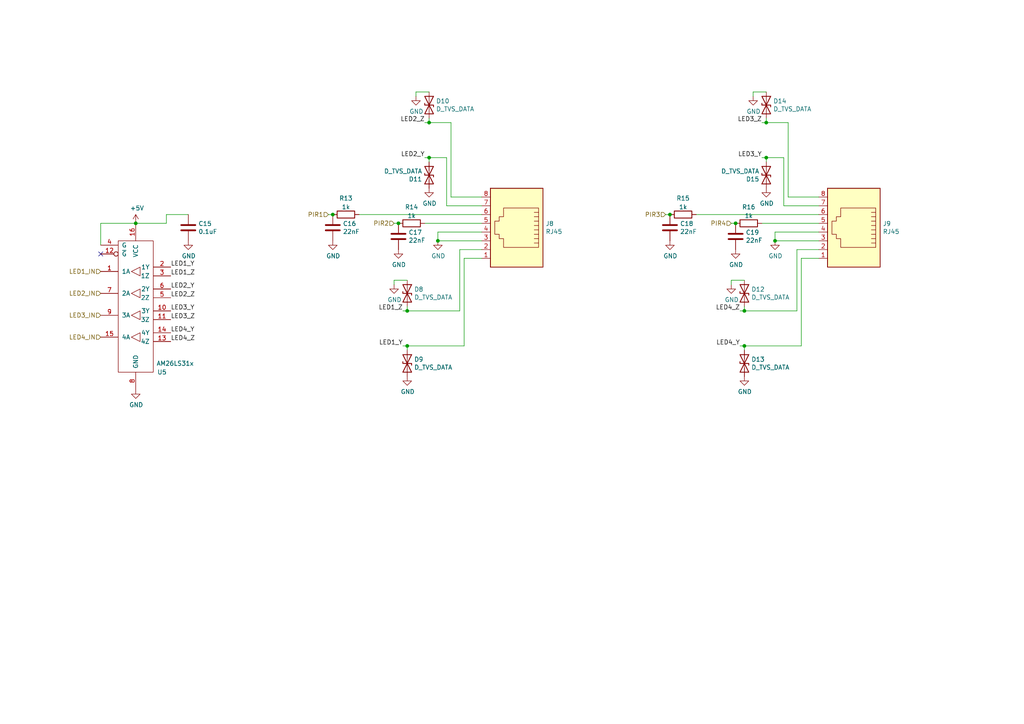
<source format=kicad_sch>
(kicad_sch (version 20230121) (generator eeschema)
  (paper "A4")
  (lib_symbols
    (symbol "Connector:RJ45" (pin_names (offset 1.016))
      (property "Reference" "J" (at -5.08 13.97 0))
      (property "Value" "RJ45" (at 2.54 13.97 0))
      (symbol "RJ45_0_1"
        (polyline (pts (xy -5.08 4.445) (xy -6.35 4.445)))
        (polyline (pts (xy -5.08 5.715) (xy -6.35 5.715)))
        (polyline (pts (xy -6.35 -3.175) (xy -5.08 -3.175) (xy -5.08 -3.175)))
        (polyline (pts (xy -6.35 -1.905) (xy -5.08 -1.905) (xy -5.08 -1.905)))
        (polyline (pts (xy -6.35 -0.635) (xy -5.08 -0.635) (xy -5.08 -0.635)))
        (polyline (pts (xy -6.35 0.635) (xy -5.08 0.635) (xy -5.08 0.635)))
        (polyline (pts (xy -6.35 1.905) (xy -5.08 1.905) (xy -5.08 1.905)))
        (polyline (pts (xy -5.08 3.175) (xy -6.35 3.175) (xy -6.35 3.175)))
        (polyline (pts (xy -6.35 -4.445) (xy -6.35 6.985) (xy 3.81 6.985) (xy 3.81 4.445) (xy 5.08 4.445) (xy 5.08 3.175) (xy 6.35 3.175) (xy 6.35 -0.635) (xy 5.08 -0.635) (xy 5.08 -1.905) (xy 3.81 -1.905) (xy 3.81 -4.445) (xy -6.35 -4.445) (xy -6.35 -4.445)))
        (rectangle (start 7.62 12.7) (end -7.62 -10.16) (stroke (width 0.254)) (fill (type background)))
      )
      (symbol "RJ45_1_1"
        (pin passive line (at 10.16 -7.62 180) (length 2.54) (name "~") (number "1"))
        (pin passive line (at 10.16 -5.08 180) (length 2.54) (name "~") (number "2"))
        (pin passive line (at 10.16 -2.54 180) (length 2.54) (name "~") (number "3"))
        (pin passive line (at 10.16 0 180) (length 2.54) (name "~") (number "4"))
        (pin passive line (at 10.16 2.54 180) (length 2.54) (name "~") (number "5"))
        (pin passive line (at 10.16 5.08 180) (length 2.54) (name "~") (number "6"))
        (pin passive line (at 10.16 7.62 180) (length 2.54) (name "~") (number "7"))
        (pin passive line (at 10.16 10.16 180) (length 2.54) (name "~") (number "8"))
      )
    )
    (symbol "Device:C" (pin_numbers hide) (pin_names (offset 0.254))
      (property "Reference" "C" (at 0.635 2.54 0))
      (property "Value" "C" (at 0.635 -2.54 0))
      (symbol "C_0_1"
        (polyline (pts (xy -2.032 -0.762) (xy 2.032 -0.762)) (stroke (width 0.508)))
        (polyline (pts (xy -2.032 0.762) (xy 2.032 0.762)) (stroke (width 0.508)))
      )
      (symbol "C_1_1"
        (pin passive line (at 0 3.81 270) (length 2.794) (name "~") (number "1"))
        (pin passive line (at 0 -3.81 90) (length 2.794) (name "~") (number "2"))
      )
    )
    (symbol "Device:D_TVS" (pin_numbers hide) (pin_names (offset 1.016) hide)
      (property "Reference" "D" (at 0 2.54 0))
      (property "Value" "D_TVS" (at 0 -2.54 0))
      (symbol "D_TVS_0_1"
        (polyline (pts (xy 1.27 0) (xy -1.27 0)))
        (polyline (pts (xy 0.508 1.27) (xy 0 1.27) (xy 0 -1.27) (xy -0.508 -1.27)) (stroke (width 0.254)))
        (polyline (pts (xy -2.54 1.27) (xy -2.54 -1.27) (xy 2.54 1.27) (xy 2.54 -1.27) (xy -2.54 1.27)) (stroke (width 0.254)))
      )
      (symbol "D_TVS_1_1"
        (pin passive line (at -3.81 0 0) (length 2.54) (name "A1") (number "1"))
        (pin passive line (at 3.81 0 180) (length 2.54) (name "A2") (number "2"))
      )
    )
    (symbol "Device:R" (pin_numbers hide) (pin_names (offset 0))
      (property "Reference" "R" (at 2.032 0 90))
      (property "Value" "R" (at 0 0 90))
      (symbol "R_0_1"
        (rectangle (start -1.016 -2.54) (end 1.016 2.54) (stroke (width 0.254)))
      )
      (symbol "R_1_1"
        (pin passive line (at 0 3.81 270) (length 1.27) (name "~") (number "1"))
        (pin passive line (at 0 -3.81 90) (length 1.27) (name "~") (number "2"))
      )
    )
    (symbol "colordance-brain-rescue:AM26LS31x-Homebrew" (pin_names (offset 1.016))
      (property "Reference" "U" (at 1.27 -22.86 0))
      (property "Value" "colordance-brain-rescue_AM26LS31x-Homebrew" (at 6.35 17.78 0))
      (symbol "AM26LS31x-Homebrew_0_1"
        (rectangle (start -5.08 16.51) (end 5.08 -21.59))
        (polyline (pts (xy -1.27 -11.43) (xy 1.27 -10.16) (xy 1.27 -12.7) (xy -1.27 -11.43)))
        (polyline (pts (xy -1.27 -5.08) (xy 1.27 -3.81) (xy 1.27 -6.35) (xy -1.27 -5.08)))
        (polyline (pts (xy -1.27 1.27) (xy 1.27 2.54) (xy 1.27 0) (xy -1.27 1.27)))
        (polyline (pts (xy -1.27 7.62) (xy 1.27 8.89) (xy 1.27 6.35) (xy -1.27 7.62)))
      )
      (symbol "AM26LS31x-Homebrew_1_1"
        (pin input line (at -10.16 7.62 0) (length 5.08) (name "1A") (number "1"))
        (pin output line (at 10.16 -3.81 180) (length 5.08) (name "3Y") (number "10"))
        (pin output line (at 10.16 -6.35 180) (length 5.08) (name "3Z") (number "11"))
        (pin input inverted (at -10.16 12.7 0) (length 5.08) (name "~{G}") (number "12"))
        (pin output line (at 10.16 -12.7 180) (length 5.08) (name "4Z") (number "13"))
        (pin output line (at 10.16 -10.16 180) (length 5.08) (name "4Y") (number "14"))
        (pin input line (at -10.16 -11.43 0) (length 5.08) (name "4A") (number "15"))
        (pin power_in line (at 0 21.59 270) (length 5.08) (name "VCC") (number "16"))
        (pin output line (at 10.16 8.89 180) (length 5.08) (name "1Y") (number "2"))
        (pin output line (at 10.16 6.35 180) (length 5.08) (name "1Z") (number "3"))
        (pin input line (at -10.16 15.24 0) (length 5.08) (name "G") (number "4"))
        (pin output line (at 10.16 0 180) (length 5.08) (name "2Z") (number "5"))
        (pin output line (at 10.16 2.54 180) (length 5.08) (name "2Y") (number "6"))
        (pin input line (at -10.16 1.27 0) (length 5.08) (name "2A") (number "7"))
        (pin power_in line (at 0 -26.67 90) (length 5.08) (name "GND") (number "8"))
        (pin input line (at -10.16 -5.08 0) (length 5.08) (name "3A") (number "9"))
      )
    )
    (symbol "power:+5V" (power) (pin_names (offset 0))
      (property "Value" "+5V" (at 0 3.556 0))
      (symbol "+5V_0_1"
        (polyline (pts (xy -0.762 1.27) (xy 0 2.54)))
        (polyline (pts (xy 0 0) (xy 0 2.54)))
        (polyline (pts (xy 0 2.54) (xy 0.762 1.27)))
      )
      (symbol "+5V_1_1"
        (pin power_in line (at 0 0 90) (length 0) hide (name "+5V") (number "1"))
      )
    )
    (symbol "power:GND" (power) (pin_names (offset 0))
      (property "Value" "GND" (at 0 -3.81 0))
      (symbol "GND_0_1"
        (polyline (pts (xy 0 0) (xy 0 -1.27) (xy 1.27 -1.27) (xy 0 -2.54) (xy -1.27 -1.27) (xy 0 -1.27)))
      )
      (symbol "GND_1_1"
        (pin power_in line (at 0 0 270) (length 0) hide (name "GND") (number "1"))
      )
    )
  )
  (junction (at 96.52 62.23))
  (junction (at 213.36 64.77))
  (junction (at 39.37 64.77))
  (junction (at 222.25 35.56))
  (junction (at 127 69.85))
  (junction (at 215.9 100.33))
  (junction (at 124.46 35.56))
  (junction (at 215.9 90.17))
  (junction (at 124.46 45.72))
  (junction (at 115.57 64.77))
  (junction (at 118.11 90.17))
  (junction (at 194.31 62.23))
  (junction (at 222.25 45.72))
  (junction (at 224.79 69.85))
  (junction (at 118.11 100.33))
  (no_connect (at 29.21 73.66))
  (wire (pts (xy 123.19 64.77) (xy 139.7 64.77)))
  (wire (pts (xy 212.09 64.77) (xy 213.36 64.77)))
  (wire (pts (xy 120.65 26.67) (xy 120.65 27.94)))
  (wire (pts (xy 127 67.31) (xy 139.7 67.31)))
  (wire (pts (xy 215.9 81.28) (xy 212.09 81.28)))
  (wire (pts (xy 222.25 26.67) (xy 218.44 26.67)))
  (wire (pts (xy 124.46 26.67) (xy 120.65 26.67)))
  (wire (pts (xy 227.33 45.72) (xy 227.33 59.69)))
  (wire (pts (xy 222.25 45.72) (xy 227.33 45.72)))
  (wire (pts (xy 215.9 100.33) (xy 232.41 100.33)))
  (wire (pts (xy 118.11 100.33) (xy 118.11 101.6)))
  (wire (pts (xy 231.14 72.39) (xy 237.49 72.39)))
  (wire (pts (xy 130.81 35.56) (xy 130.81 57.15)))
  (wire (pts (xy 227.33 59.69) (xy 237.49 59.69)))
  (wire (pts (xy 48.26 64.77) (xy 48.26 62.23)))
  (wire (pts (xy 104.14 62.23) (xy 139.7 62.23)))
  (wire (pts (xy 220.98 64.77) (xy 237.49 64.77)))
  (wire (pts (xy 201.93 62.23) (xy 237.49 62.23)))
  (wire (pts (xy 118.11 90.17) (xy 116.84 90.17)))
  (wire (pts (xy 127 69.85) (xy 127 67.31)))
  (wire (pts (xy 129.54 59.69) (xy 139.7 59.69)))
  (wire (pts (xy 123.19 45.72) (xy 124.46 45.72)))
  (wire (pts (xy 228.6 57.15) (xy 237.49 57.15)))
  (wire (pts (xy 118.11 90.17) (xy 133.35 90.17)))
  (wire (pts (xy 95.25 62.23) (xy 96.52 62.23)))
  (wire (pts (xy 124.46 45.72) (xy 124.46 46.99)))
  (wire (pts (xy 215.9 90.17) (xy 231.14 90.17)))
  (wire (pts (xy 39.37 64.77) (xy 48.26 64.77)))
  (wire (pts (xy 114.3 64.77) (xy 115.57 64.77)))
  (wire (pts (xy 124.46 35.56) (xy 130.81 35.56)))
  (wire (pts (xy 124.46 35.56) (xy 123.19 35.56)))
  (wire (pts (xy 232.41 100.33) (xy 232.41 74.93)))
  (wire (pts (xy 224.79 67.31) (xy 237.49 67.31)))
  (wire (pts (xy 114.3 81.28) (xy 114.3 82.55)))
  (wire (pts (xy 224.79 69.85) (xy 237.49 69.85)))
  (wire (pts (xy 118.11 100.33) (xy 134.62 100.33)))
  (wire (pts (xy 231.14 90.17) (xy 231.14 72.39)))
  (wire (pts (xy 215.9 88.9) (xy 215.9 90.17)))
  (wire (pts (xy 48.26 62.23) (xy 54.61 62.23)))
  (wire (pts (xy 218.44 26.67) (xy 218.44 27.94)))
  (wire (pts (xy 228.6 35.56) (xy 228.6 57.15)))
  (wire (pts (xy 220.98 45.72) (xy 222.25 45.72)))
  (wire (pts (xy 29.21 71.12) (xy 29.21 64.77)))
  (wire (pts (xy 222.25 35.56) (xy 228.6 35.56)))
  (wire (pts (xy 232.41 74.93) (xy 237.49 74.93)))
  (wire (pts (xy 127 69.85) (xy 139.7 69.85)))
  (wire (pts (xy 134.62 100.33) (xy 134.62 74.93)))
  (wire (pts (xy 215.9 100.33) (xy 215.9 101.6)))
  (wire (pts (xy 193.04 62.23) (xy 194.31 62.23)))
  (wire (pts (xy 222.25 45.72) (xy 222.25 46.99)))
  (wire (pts (xy 224.79 69.85) (xy 224.79 67.31)))
  (wire (pts (xy 124.46 34.29) (xy 124.46 35.56)))
  (wire (pts (xy 214.63 100.33) (xy 215.9 100.33)))
  (wire (pts (xy 124.46 45.72) (xy 129.54 45.72)))
  (wire (pts (xy 134.62 74.93) (xy 139.7 74.93)))
  (wire (pts (xy 133.35 72.39) (xy 139.7 72.39)))
  (wire (pts (xy 118.11 81.28) (xy 114.3 81.28)))
  (wire (pts (xy 29.21 64.77) (xy 39.37 64.77)))
  (wire (pts (xy 130.81 57.15) (xy 139.7 57.15)))
  (wire (pts (xy 133.35 90.17) (xy 133.35 72.39)))
  (wire (pts (xy 215.9 90.17) (xy 214.63 90.17)))
  (wire (pts (xy 118.11 88.9) (xy 118.11 90.17)))
  (wire (pts (xy 129.54 45.72) (xy 129.54 59.69)))
  (wire (pts (xy 222.25 35.56) (xy 220.98 35.56)))
  (wire (pts (xy 116.84 100.33) (xy 118.11 100.33)))
  (wire (pts (xy 212.09 81.28) (xy 212.09 82.55)))
  (wire (pts (xy 222.25 34.29) (xy 222.25 35.56)))
  (label "LED2_Z" (at 123.19 35.56 180))
  (label "LED1_Z" (at 49.53 80.01 0))
  (label "LED4_Z" (at 214.63 90.17 180))
  (label "LED3_Y" (at 220.98 45.72 180))
  (label "LED4_Y" (at 49.53 96.52 0))
  (label "LED1_Z" (at 116.84 90.17 180))
  (label "LED2_Y" (at 123.19 45.72 180))
  (label "LED3_Y" (at 49.53 90.17 0))
  (label "LED1_Y" (at 116.84 100.33 180))
  (label "LED4_Z" (at 49.53 99.06 0))
  (label "LED2_Y" (at 49.53 83.82 0))
  (label "LED1_Y" (at 49.53 77.47 0))
  (label "LED2_Z" (at 49.53 86.36 0))
  (label "LED3_Z" (at 220.98 35.56 180))
  (label "LED4_Y" (at 214.63 100.33 180))
  (label "LED3_Z" (at 49.53 92.71 0))
  (hierarchical_label "PIR1" (shape input) (at 95.25 62.23 180))
  (hierarchical_label "PIR3" (shape input) (at 193.04 62.23 180))
  (hierarchical_label "LED2_IN" (shape input) (at 29.21 85.09 180))
  (hierarchical_label "PIR2" (shape input) (at 114.3 64.77 180))
  (hierarchical_label "LED1_IN" (shape input) (at 29.21 78.74 180))
  (hierarchical_label "LED4_IN" (shape input) (at 29.21 97.79 180))
  (hierarchical_label "PIR4" (shape input) (at 212.09 64.77 180))
  (hierarchical_label "LED3_IN" (shape input) (at 29.21 91.44 180))
  (symbol (lib_id "Device:D_TVS") (at 124.46 50.8 90) (unit 1)
    (property "Reference" "D11" (at 122.4534 51.9684 90) (effects (justify left)))
    (property "Value" "D_TVS_DATA" (at 122.4534 49.657 90) (effects (justify left)))
    (property "Footprint" "Diode_SMD:D_SMB" (effects hide))
    (property "MPN" "SMBJ6.0CD-M3/H" (effects hide))
    (instances (project "colordance-brain" (path "" (reference "D11") (unit 1)) (path "" (reference "D19") (unit 1)) (path "" (reference "D27") (unit 1))))
  )
  (symbol (lib_id "Device:D_TVS") (at 118.11 85.09 270) (unit 1)
    (property "Reference" "D8" (at 120.1166 83.9216 90) (effects (justify left)))
    (property "Value" "D_TVS_DATA" (at 120.1166 86.233 90) (effects (justify left)))
    (property "Footprint" "Diode_SMD:D_SMB" (effects hide))
    (property "MPN" "SMBJ6.0CD-M3/H" (effects hide))
    (instances (project "colordance-brain" (path "" (reference "D8") (unit 1)) (path "" (reference "D16") (unit 1)) (path "" (reference "D24") (unit 1))))
  )
  (symbol (lib_id "Device:D_TVS") (at 118.11 105.41 270) (unit 1)
    (property "Reference" "D9" (at 120.1166 104.2416 90) (effects (justify left)))
    (property "Value" "D_TVS_DATA" (at 120.1166 106.553 90) (effects (justify left)))
    (property "Footprint" "Diode_SMD:D_SMB" (effects hide))
    (property "MPN" "SMBJ6.0CD-M3/H" (effects hide))
    (instances (project "colordance-brain" (path "" (reference "D9") (unit 1)) (path "" (reference "D17") (unit 1)) (path "" (reference "D25") (unit 1))))
  )
  (symbol (lib_id "Device:D_TVS") (at 222.25 50.8 90) (unit 1)
    (property "Reference" "D15" (at 220.2434 51.9684 90) (effects (justify left)))
    (property "Value" "D_TVS_DATA" (at 220.2434 49.657 90) (effects (justify left)))
    (property "Footprint" "Diode_SMD:D_SMB" (effects hide))
    (property "MPN" "SMBJ6.0CD-M3/H" (effects hide))
    (instances (project "colordance-brain" (path "" (reference "D15") (unit 1)) (path "" (reference "D23") (unit 1)) (path "" (reference "D31") (unit 1))))
  )
  (symbol (lib_id "Device:D_TVS") (at 222.25 30.48 270) (unit 1)
    (property "Reference" "D14" (at 224.2566 29.3116 90) (effects (justify left)))
    (property "Value" "D_TVS_DATA" (at 224.2566 31.623 90) (effects (justify left)))
    (property "Footprint" "Diode_SMD:D_SMB" (effects hide))
    (property "MPN" "SMBJ6.0CD-M3/H" (effects hide))
    (instances (project "colordance-brain" (path "" (reference "D14") (unit 1)) (path "" (reference "D22") (unit 1)) (path "" (reference "D30") (unit 1))))
  )
  (symbol (lib_id "Device:D_TVS") (at 215.9 85.09 270) (unit 1)
    (property "Reference" "D12" (at 217.9066 83.9216 90) (effects (justify left)))
    (property "Value" "D_TVS_DATA" (at 217.9066 86.233 90) (effects (justify left)))
    (property "Footprint" "Diode_SMD:D_SMB" (effects hide))
    (property "MPN" "SMBJ6.0CD-M3/H" (effects hide))
    (instances (project "colordance-brain" (path "" (reference "D12") (unit 1)) (path "" (reference "D20") (unit 1)) (path "" (reference "D28") (unit 1))))
  )
  (symbol (lib_id "Device:D_TVS") (at 215.9 105.41 270) (unit 1)
    (property "Reference" "D13" (at 217.9066 104.2416 90) (effects (justify left)))
    (property "Value" "D_TVS_DATA" (at 217.9066 106.553 90) (effects (justify left)))
    (property "Footprint" "Diode_SMD:D_SMB" (effects hide))
    (property "MPN" "SMBJ6.0CD-M3/H" (effects hide))
    (instances (project "colordance-brain" (path "" (reference "D13") (unit 1)) (path "" (reference "D21") (unit 1)) (path "" (reference "D29") (unit 1))))
  )
  (symbol (lib_id "power:+5V") (at 39.37 64.77 0) (unit 1)
    (property "Reference" "#PWR045" (effects hide))
    (property "Value" "+5V" (at 39.751 60.3758 0))
    (instances (project "colordance-brain" (path "" (reference "#PWR045") (unit 1)) (path "" (reference "#PWR062") (unit 1)) (path "" (reference "#PWR079") (unit 1))))
  )
  (symbol (lib_id "power:GND") (at 39.37 113.03 0) (unit 1)
    (property "Reference" "#PWR046" (effects hide))
    (property "Value" "GND" (at 39.497 117.4242 0))
    (instances (project "colordance-brain" (path "" (reference "#PWR046") (unit 1)) (path "" (reference "#PWR063") (unit 1)) (path "" (reference "#PWR080") (unit 1))))
  )
  (symbol (lib_id "power:GND") (at 54.61 69.85 0) (unit 1)
    (property "Reference" "#PWR047" (effects hide))
    (property "Value" "GND" (at 54.737 74.2442 0))
    (instances (project "colordance-brain" (path "" (reference "#PWR047") (unit 1)) (path "" (reference "#PWR064") (unit 1)) (path "" (reference "#PWR081") (unit 1))))
  )
  (symbol (lib_id "Device:C") (at 54.61 66.04 0) (unit 1)
    (property "Reference" "C15" (at 57.531 64.8716 0) (effects (justify left)))
    (property "Value" "0.1uF" (at 57.531 67.183 0) (effects (justify left)))
    (property "Footprint" "Capacitor_SMD:C_0603_1608Metric" (effects hide))
    (instances (project "colordance-brain" (path "" (reference "C15") (unit 1)) (path "" (reference "C20") (unit 1)) (path "" (reference "C25") (unit 1))))
  )
  (symbol (lib_id "colordance-brain-rescue:AM26LS31x-Homebrew") (at 39.37 86.36 0) (unit 1)
    (property "Reference" "U5" (at 46.99 107.95 0))
    (property "Value" "AM26LS31x" (at 50.8 105.41 0))
    (property "Footprint" "Package_SO:SOIC-16_3.9x9.9mm_P1.27mm" (effects hide))
    (property "Datasheet" "http://www.ti.com/lit/ds/symlink/am26ls31.pdf" (effects hide))
    (property "MPN" "AM26LS31CDR" (effects hide))
    (property "LCSC" "C6179" (effects hide))
    (instances (project "colordance-brain" (path "" (reference "U5") (unit 1)) (path "" (reference "U6") (unit 1)) (path "" (reference "U7") (unit 1))))
  )
  (symbol (lib_id "Connector:RJ45") (at 149.86 67.31 0) (mirror y) (unit 1)
    (property "Reference" "J8" (at 158.242 64.8716 0) (effects (justify right)))
    (property "Value" "RJ45" (at 158.242 67.183 0) (effects (justify right)))
    (property "Footprint" "Connector_RJ:RJ45_Amphenol_54602-x08_Horizontal" (effects hide))
    (property "MPN" "54601-908WPLF" (effects hide))
    (instances (project "colordance-brain" (path "" (reference "J8") (unit 1)) (path "" (reference "J10") (unit 1)) (path "" (reference "J12") (unit 1))))
  )
  (symbol (lib_id "power:GND") (at 127 69.85 0) (unit 1)
    (property "Reference" "#PWR054" (effects hide))
    (property "Value" "GND" (at 127.127 74.2442 0))
    (instances (project "colordance-brain" (path "" (reference "#PWR054") (unit 1)) (path "" (reference "#PWR071") (unit 1)) (path "" (reference "#PWR088") (unit 1))))
  )
  (symbol (lib_id "Device:C") (at 115.57 68.58 0) (unit 1)
    (property "Reference" "C17" (at 118.491 67.4116 0) (effects (justify left)))
    (property "Value" "22nF" (at 118.491 69.723 0) (effects (justify left)))
    (property "Footprint" "Capacitor_SMD:C_0603_1608Metric" (effects hide))
    (instances (project "colordance-brain" (path "" (reference "C17") (unit 1)) (path "" (reference "C22") (unit 1)) (path "" (reference "C27") (unit 1))))
  )
  (symbol (lib_id "Device:C") (at 96.52 66.04 0) (unit 1)
    (property "Reference" "C16" (at 99.441 64.8716 0) (effects (justify left)))
    (property "Value" "22nF" (at 99.441 67.183 0) (effects (justify left)))
    (property "Footprint" "Capacitor_SMD:C_0603_1608Metric" (effects hide))
    (instances (project "colordance-brain" (path "" (reference "C16") (unit 1)) (path "" (reference "C21") (unit 1)) (path "" (reference "C26") (unit 1))))
  )
  (symbol (lib_id "power:GND") (at 115.57 72.39 0) (unit 1)
    (property "Reference" "#PWR050" (effects hide))
    (property "Value" "GND" (at 115.697 76.7842 0))
    (instances (project "colordance-brain" (path "" (reference "#PWR050") (unit 1)) (path "" (reference "#PWR067") (unit 1)) (path "" (reference "#PWR084") (unit 1))))
  )
  (symbol (lib_id "power:GND") (at 96.52 69.85 0) (unit 1)
    (property "Reference" "#PWR048" (effects hide))
    (property "Value" "GND" (at 96.647 74.2442 0))
    (instances (project "colordance-brain" (path "" (reference "#PWR048") (unit 1)) (path "" (reference "#PWR065") (unit 1)) (path "" (reference "#PWR082") (unit 1))))
  )
  (symbol (lib_id "power:GND") (at 124.46 54.61 0) (unit 1)
    (property "Reference" "#PWR053" (effects hide))
    (property "Value" "GND" (at 124.587 59.0042 0))
    (instances (project "colordance-brain" (path "" (reference "#PWR053") (unit 1)) (path "" (reference "#PWR070") (unit 1)) (path "" (reference "#PWR087") (unit 1))))
  )
  (symbol (lib_id "power:GND") (at 120.65 27.94 0) (unit 1)
    (property "Reference" "#PWR052" (effects hide))
    (property "Value" "GND" (at 120.777 32.3342 0))
    (instances (project "colordance-brain" (path "" (reference "#PWR052") (unit 1)) (path "" (reference "#PWR069") (unit 1)) (path "" (reference "#PWR086") (unit 1))))
  )
  (symbol (lib_id "Device:D_TVS") (at 124.46 30.48 270) (unit 1)
    (property "Reference" "D10" (at 126.4666 29.3116 90) (effects (justify left)))
    (property "Value" "D_TVS_DATA" (at 126.4666 31.623 90) (effects (justify left)))
    (property "Footprint" "Diode_SMD:D_SMB" (effects hide))
    (property "MPN" "SMBJ6.0CD-M3/H" (effects hide))
    (instances (project "colordance-brain" (path "" (reference "D10") (unit 1)) (path "" (reference "D18") (unit 1)) (path "" (reference "D26") (unit 1))))
  )
  (symbol (lib_id "power:GND") (at 118.11 109.22 0) (unit 1)
    (property "Reference" "#PWR051" (effects hide))
    (property "Value" "GND" (at 118.237 113.6142 0))
    (instances (project "colordance-brain" (path "" (reference "#PWR051") (unit 1)) (path "" (reference "#PWR068") (unit 1)) (path "" (reference "#PWR085") (unit 1))))
  )
  (symbol (lib_id "power:GND") (at 114.3 82.55 0) (unit 1)
    (property "Reference" "#PWR049" (effects hide))
    (property "Value" "GND" (at 114.427 86.9442 0))
    (instances (project "colordance-brain" (path "" (reference "#PWR049") (unit 1)) (path "" (reference "#PWR066") (unit 1)) (path "" (reference "#PWR083") (unit 1))))
  )
  (symbol (lib_id "Connector:RJ45") (at 247.65 67.31 0) (mirror y) (unit 1)
    (property "Reference" "J9" (at 256.032 64.8716 0) (effects (justify right)))
    (property "Value" "RJ45" (at 256.032 67.183 0) (effects (justify right)))
    (property "Footprint" "Connector_RJ:RJ45_Amphenol_54602-x08_Horizontal" (effects hide))
    (property "MPN" "54601-908WPLF" (effects hide))
    (instances (project "colordance-brain" (path "" (reference "J9") (unit 1)) (path "" (reference "J11") (unit 1)) (path "" (reference "J13") (unit 1))))
  )
  (symbol (lib_id "power:GND") (at 224.79 69.85 0) (unit 1)
    (property "Reference" "#PWR061" (effects hide))
    (property "Value" "GND" (at 224.917 74.2442 0))
    (instances (project "colordance-brain" (path "" (reference "#PWR061") (unit 1)) (path "" (reference "#PWR078") (unit 1)) (path "" (reference "#PWR095") (unit 1))))
  )
  (symbol (lib_id "power:GND") (at 222.25 54.61 0) (unit 1)
    (property "Reference" "#PWR060" (effects hide))
    (property "Value" "GND" (at 222.377 59.0042 0))
    (instances (project "colordance-brain" (path "" (reference "#PWR060") (unit 1)) (path "" (reference "#PWR077") (unit 1)) (path "" (reference "#PWR094") (unit 1))))
  )
  (symbol (lib_id "power:GND") (at 218.44 27.94 0) (unit 1)
    (property "Reference" "#PWR059" (effects hide))
    (property "Value" "GND" (at 218.567 32.3342 0))
    (instances (project "colordance-brain" (path "" (reference "#PWR059") (unit 1)) (path "" (reference "#PWR076") (unit 1)) (path "" (reference "#PWR093") (unit 1))))
  )
  (symbol (lib_id "power:GND") (at 215.9 109.22 0) (unit 1)
    (property "Reference" "#PWR058" (effects hide))
    (property "Value" "GND" (at 216.027 113.6142 0))
    (instances (project "colordance-brain" (path "" (reference "#PWR058") (unit 1)) (path "" (reference "#PWR075") (unit 1)) (path "" (reference "#PWR092") (unit 1))))
  )
  (symbol (lib_id "power:GND") (at 212.09 82.55 0) (unit 1)
    (property "Reference" "#PWR056" (effects hide))
    (property "Value" "GND" (at 212.217 86.9442 0))
    (instances (project "colordance-brain" (path "" (reference "#PWR056") (unit 1)) (path "" (reference "#PWR073") (unit 1)) (path "" (reference "#PWR090") (unit 1))))
  )
  (symbol (lib_id "power:GND") (at 194.31 69.85 0) (unit 1)
    (property "Reference" "#PWR055" (effects hide))
    (property "Value" "GND" (at 194.437 74.2442 0))
    (instances (project "colordance-brain" (path "" (reference "#PWR055") (unit 1)) (path "" (reference "#PWR072") (unit 1)) (path "" (reference "#PWR089") (unit 1))))
  )
  (symbol (lib_id "power:GND") (at 213.36 72.39 0) (unit 1)
    (property "Reference" "#PWR057" (effects hide))
    (property "Value" "GND" (at 213.487 76.7842 0))
    (instances (project "colordance-brain" (path "" (reference "#PWR057") (unit 1)) (path "" (reference "#PWR074") (unit 1)) (path "" (reference "#PWR091") (unit 1))))
  )
  (symbol (lib_id "Device:R") (at 100.33 62.23 90) (unit 1)
    (property "Reference" "R13" (at 100.33 57.5142 90))
    (property "Value" "1k" (at 100.33 60.0511 90))
    (property "Footprint" "Resistor_SMD:R_0603_1608Metric" (effects hide))
    (instances (project "colordance-brain" (path "" (reference "R13") (unit 1)) (path "" (reference "R17") (unit 1)) (path "" (reference "R21") (unit 1))))
  )
  (symbol (lib_id "Device:R") (at 198.12 62.23 90) (unit 1)
    (property "Reference" "R15" (at 198.12 57.5142 90))
    (property "Value" "1k" (at 198.12 60.0511 90))
    (property "Footprint" "Resistor_SMD:R_0603_1608Metric" (effects hide))
    (instances (project "colordance-brain" (path "" (reference "R15") (unit 1)) (path "" (reference "R19") (unit 1)) (path "" (reference "R23") (unit 1))))
  )
  (symbol (lib_id "Device:C") (at 213.36 68.58 0) (unit 1)
    (property "Reference" "C19" (at 216.281 67.4116 0) (effects (justify left)))
    (property "Value" "22nF" (at 216.281 69.723 0) (effects (justify left)))
    (property "Footprint" "Capacitor_SMD:C_0603_1608Metric" (effects hide))
    (instances (project "colordance-brain" (path "" (reference "C19") (unit 1)) (path "" (reference "C24") (unit 1)) (path "" (reference "C29") (unit 1))))
  )
  (symbol (lib_id "Device:C") (at 194.31 66.04 0) (unit 1)
    (property "Reference" "C18" (at 197.231 64.8716 0) (effects (justify left)))
    (property "Value" "22nF" (at 197.231 67.183 0) (effects (justify left)))
    (property "Footprint" "Capacitor_SMD:C_0603_1608Metric" (effects hide))
    (instances (project "colordance-brain" (path "" (reference "C18") (unit 1)) (path "" (reference "C23") (unit 1)) (path "" (reference "C28") (unit 1))))
  )
  (symbol (lib_id "Device:R") (at 217.17 64.77 90) (unit 1)
    (property "Reference" "R16" (at 217.17 60.0542 90))
    (property "Value" "1k" (at 217.17 62.5911 90))
    (property "Footprint" "Resistor_SMD:R_0603_1608Metric" (effects hide))
    (instances (project "colordance-brain" (path "" (reference "R16") (unit 1)) (path "" (reference "R20") (unit 1)) (path "" (reference "R24") (unit 1))))
  )
  (symbol (lib_id "Device:R") (at 119.38 64.77 90) (unit 1)
    (property "Reference" "R14" (at 119.38 60.0542 90))
    (property "Value" "1k" (at 119.38 62.5911 90))
    (property "Footprint" "Resistor_SMD:R_0603_1608Metric" (effects hide))
    (instances (project "colordance-brain" (path "" (reference "R14") (unit 1)) (path "" (reference "R18") (unit 1)) (path "" (reference "R22") (unit 1))))
  )
)
</source>
